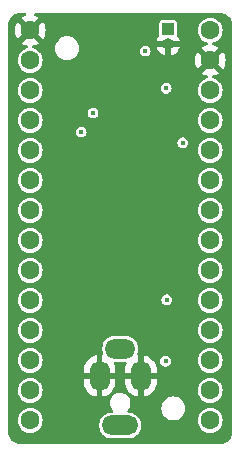
<source format=gbr>
%TF.GenerationSoftware,KiCad,Pcbnew,8.0.4-unknown-202407232306~396e531e7c~ubuntu22.04.1*%
%TF.CreationDate,2024-09-04T14:28:47+01:00*%
%TF.ProjectId,CONTROLLER_teensy4,434f4e54-524f-44c4-9c45-525f7465656e,rev?*%
%TF.SameCoordinates,Original*%
%TF.FileFunction,Copper,L2,Inr*%
%TF.FilePolarity,Positive*%
%FSLAX46Y46*%
G04 Gerber Fmt 4.6, Leading zero omitted, Abs format (unit mm)*
G04 Created by KiCad (PCBNEW 8.0.4-unknown-202407232306~396e531e7c~ubuntu22.04.1) date 2024-09-04 14:28:47*
%MOMM*%
%LPD*%
G01*
G04 APERTURE LIST*
G04 Aperture macros list*
%AMRoundRect*
0 Rectangle with rounded corners*
0 $1 Rounding radius*
0 $2 $3 $4 $5 $6 $7 $8 $9 X,Y pos of 4 corners*
0 Add a 4 corners polygon primitive as box body*
4,1,4,$2,$3,$4,$5,$6,$7,$8,$9,$2,$3,0*
0 Add four circle primitives for the rounded corners*
1,1,$1+$1,$2,$3*
1,1,$1+$1,$4,$5*
1,1,$1+$1,$6,$7*
1,1,$1+$1,$8,$9*
0 Add four rect primitives between the rounded corners*
20,1,$1+$1,$2,$3,$4,$5,0*
20,1,$1+$1,$4,$5,$6,$7,0*
20,1,$1+$1,$6,$7,$8,$9,0*
20,1,$1+$1,$8,$9,$2,$3,0*%
G04 Aperture macros list end*
%TA.AperFunction,ComponentPad*%
%ADD10C,1.600000*%
%TD*%
%TA.AperFunction,ComponentPad*%
%ADD11R,1.000000X1.000000*%
%TD*%
%TA.AperFunction,ComponentPad*%
%ADD12O,1.000000X1.000000*%
%TD*%
%TA.AperFunction,ComponentPad*%
%ADD13RoundRect,0.800000X-0.050000X-0.450000X0.050000X-0.450000X0.050000X0.450000X-0.050000X0.450000X0*%
%TD*%
%TA.AperFunction,ComponentPad*%
%ADD14RoundRect,0.800000X-0.450000X0.050000X-0.450000X-0.050000X0.450000X-0.050000X0.450000X0.050000X0*%
%TD*%
%TA.AperFunction,ComponentPad*%
%ADD15RoundRect,0.800000X-0.700000X0.050000X-0.700000X-0.050000X0.700000X-0.050000X0.700000X0.050000X0*%
%TD*%
%TA.AperFunction,ViaPad*%
%ADD16C,0.400000*%
%TD*%
G04 APERTURE END LIST*
D10*
%TO.N,GND*%
%TO.C,U1*%
X92380000Y-67490000D03*
%TO.N,unconnected-(U1-0_RX1_CRX2_CS1-Pad2)*%
X92380000Y-70030000D03*
%TO.N,unconnected-(U1-1_TX1_CTX2_MISO1-Pad3)*%
X92380000Y-72570000D03*
%TO.N,/addr_bus_0*%
X92380000Y-75110000D03*
%TO.N,/addr_bus_1*%
X92380000Y-77650000D03*
%TO.N,/addr_bus_2*%
X92380000Y-80190000D03*
%TO.N,/addr_bus_3*%
X92380000Y-82730000D03*
%TO.N,/addr_bus_4*%
X92380000Y-85270000D03*
%TO.N,/IO2*%
X92380000Y-87810000D03*
%TO.N,/IO1_out*%
X92380000Y-90350000D03*
%TO.N,unconnected-(U1-9_OUT1C-Pad11)*%
X92380000Y-92890000D03*
%TO.N,unconnected-(U1-10_CS_MQSR-Pad12)*%
X92380000Y-95430000D03*
%TO.N,/PICO*%
X92380000Y-97970000D03*
%TO.N,/POCI*%
X92380000Y-100510000D03*
%TO.N,/SCLK*%
X107620000Y-100510000D03*
%TO.N,unconnected-(U1-14_A0_TX3_SPDIF_OUT-Pad21)*%
X107620000Y-97970000D03*
%TO.N,Net-(JP1-B)*%
X107620000Y-95430000D03*
%TO.N,Net-(JP2-B)*%
X107620000Y-92890000D03*
%TO.N,Net-(JP3-B)*%
X107620000Y-90350000D03*
%TO.N,/I2C_SDA*%
X107620000Y-87810000D03*
%TO.N,/i2C_SCL*%
X107620000Y-85270000D03*
%TO.N,unconnected-(U1-20_A6_TX5_LRCLK1-Pad27)*%
X107620000Y-82730000D03*
%TO.N,unconnected-(U1-21_A7_RX5_BCLK1-Pad28)*%
X107620000Y-80190000D03*
%TO.N,unconnected-(U1-22_A8_CTX1-Pad29)*%
X107620000Y-77650000D03*
%TO.N,unconnected-(U1-23_A9_CRX1_MCLK1-Pad30)*%
X107620000Y-75110000D03*
%TO.N,+3.3V*%
X107620000Y-72570000D03*
%TO.N,GND*%
X107620000Y-70030000D03*
%TO.N,VSYS*%
X107620000Y-67490000D03*
%TD*%
D11*
%TO.N,VSYS*%
%TO.C,J2*%
X104070000Y-67370000D03*
D12*
%TO.N,GND*%
X104070000Y-68640000D03*
%TD*%
D13*
%TO.N,GND*%
%TO.C,J5*%
X101750000Y-96745000D03*
D14*
%TO.N,/extRef*%
X100000000Y-94445000D03*
D13*
%TO.N,GND*%
X98250000Y-96745000D03*
D15*
%TO.N,/extRef*%
X100000000Y-100945000D03*
%TD*%
D16*
%TO.N,GND*%
X100000000Y-80300000D03*
X100000000Y-68220000D03*
%TO.N,/AUX3*%
X103950001Y-90300000D03*
X103900000Y-72400000D03*
%TO.N,/SCLK*%
X105300000Y-77000000D03*
%TO.N,/AUX1*%
X102125000Y-69250000D03*
X103850001Y-95500000D03*
%TO.N,/PICO*%
X96700000Y-76100000D03*
%TO.N,/POCI*%
X97700000Y-74500000D03*
%TD*%
%TA.AperFunction,Conductor*%
%TO.N,GND*%
G36*
X92003918Y-66030185D02*
G01*
X92049673Y-66082989D01*
X92059617Y-66152147D01*
X92030592Y-66215703D01*
X91971814Y-66253477D01*
X91968972Y-66254275D01*
X91933682Y-66263730D01*
X91933673Y-66263734D01*
X91727516Y-66359866D01*
X91727512Y-66359868D01*
X91654526Y-66410973D01*
X91654526Y-66410974D01*
X92209765Y-66966212D01*
X92167708Y-66977482D01*
X92042292Y-67049890D01*
X91939890Y-67152292D01*
X91867482Y-67277708D01*
X91856212Y-67319764D01*
X91300974Y-66764526D01*
X91300973Y-66764526D01*
X91249868Y-66837512D01*
X91249866Y-66837516D01*
X91153734Y-67043673D01*
X91153730Y-67043682D01*
X91094860Y-67263389D01*
X91094858Y-67263400D01*
X91075034Y-67489997D01*
X91075034Y-67490002D01*
X91094858Y-67716599D01*
X91094860Y-67716610D01*
X91153730Y-67936317D01*
X91153735Y-67936331D01*
X91249863Y-68142478D01*
X91300974Y-68215472D01*
X91856212Y-67660234D01*
X91867482Y-67702292D01*
X91939890Y-67827708D01*
X92042292Y-67930110D01*
X92167708Y-68002518D01*
X92209765Y-68013787D01*
X91654526Y-68569025D01*
X91727513Y-68620132D01*
X91727521Y-68620136D01*
X91933668Y-68716264D01*
X91933682Y-68716269D01*
X92129256Y-68768673D01*
X92188917Y-68805038D01*
X92219446Y-68867885D01*
X92211151Y-68937261D01*
X92166666Y-68991138D01*
X92133158Y-69007109D01*
X91976043Y-69054769D01*
X91865898Y-69113643D01*
X91793550Y-69152315D01*
X91793548Y-69152316D01*
X91793547Y-69152317D01*
X91633589Y-69283589D01*
X91502317Y-69443547D01*
X91404769Y-69626043D01*
X91344699Y-69824067D01*
X91324417Y-70030000D01*
X91344699Y-70235932D01*
X91350972Y-70256610D01*
X91404768Y-70433954D01*
X91502315Y-70616450D01*
X91502317Y-70616452D01*
X91633589Y-70776410D01*
X91730209Y-70855702D01*
X91793550Y-70907685D01*
X91976046Y-71005232D01*
X92174066Y-71065300D01*
X92174065Y-71065300D01*
X92192529Y-71067118D01*
X92380000Y-71085583D01*
X92585934Y-71065300D01*
X92783954Y-71005232D01*
X92966450Y-70907685D01*
X93126410Y-70776410D01*
X93257685Y-70616450D01*
X93355232Y-70433954D01*
X93415300Y-70235934D01*
X93435583Y-70030000D01*
X93435583Y-70029997D01*
X106315034Y-70029997D01*
X106315034Y-70030002D01*
X106334858Y-70256599D01*
X106334860Y-70256610D01*
X106393730Y-70476317D01*
X106393735Y-70476331D01*
X106489863Y-70682478D01*
X106540974Y-70755472D01*
X107096212Y-70200234D01*
X107107482Y-70242292D01*
X107179890Y-70367708D01*
X107282292Y-70470110D01*
X107407708Y-70542518D01*
X107449765Y-70553787D01*
X106894526Y-71109025D01*
X106967513Y-71160132D01*
X106967521Y-71160136D01*
X107173668Y-71256264D01*
X107173682Y-71256269D01*
X107369256Y-71308673D01*
X107428917Y-71345038D01*
X107459446Y-71407885D01*
X107451151Y-71477261D01*
X107406666Y-71531138D01*
X107373158Y-71547109D01*
X107216043Y-71594769D01*
X107105898Y-71653643D01*
X107033550Y-71692315D01*
X107033548Y-71692316D01*
X107033547Y-71692317D01*
X106873589Y-71823589D01*
X106742317Y-71983547D01*
X106644769Y-72166043D01*
X106584699Y-72364067D01*
X106564417Y-72570000D01*
X106584699Y-72775932D01*
X106607319Y-72850499D01*
X106644768Y-72973954D01*
X106742315Y-73156450D01*
X106742317Y-73156452D01*
X106873589Y-73316410D01*
X106970209Y-73395702D01*
X107033550Y-73447685D01*
X107216046Y-73545232D01*
X107414066Y-73605300D01*
X107414065Y-73605300D01*
X107432529Y-73607118D01*
X107620000Y-73625583D01*
X107825934Y-73605300D01*
X108023954Y-73545232D01*
X108206450Y-73447685D01*
X108366410Y-73316410D01*
X108497685Y-73156450D01*
X108595232Y-72973954D01*
X108655300Y-72775934D01*
X108675583Y-72570000D01*
X108655300Y-72364066D01*
X108595232Y-72166046D01*
X108497685Y-71983550D01*
X108445702Y-71920209D01*
X108366410Y-71823589D01*
X108206452Y-71692317D01*
X108206453Y-71692317D01*
X108206450Y-71692315D01*
X108023954Y-71594768D01*
X107866840Y-71547108D01*
X107808402Y-71508811D01*
X107779946Y-71444999D01*
X107790506Y-71375932D01*
X107836730Y-71323538D01*
X107870743Y-71308673D01*
X108066317Y-71256269D01*
X108066331Y-71256264D01*
X108272478Y-71160136D01*
X108345471Y-71109024D01*
X107790234Y-70553787D01*
X107832292Y-70542518D01*
X107957708Y-70470110D01*
X108060110Y-70367708D01*
X108132518Y-70242292D01*
X108143787Y-70200234D01*
X108699024Y-70755471D01*
X108750136Y-70682478D01*
X108846264Y-70476331D01*
X108846269Y-70476317D01*
X108905139Y-70256610D01*
X108905141Y-70256599D01*
X108924966Y-70030002D01*
X108924966Y-70029997D01*
X108905141Y-69803400D01*
X108905139Y-69803389D01*
X108846269Y-69583682D01*
X108846264Y-69583668D01*
X108750136Y-69377521D01*
X108750132Y-69377513D01*
X108699025Y-69304526D01*
X108143787Y-69859764D01*
X108132518Y-69817708D01*
X108060110Y-69692292D01*
X107957708Y-69589890D01*
X107832292Y-69517482D01*
X107790234Y-69506212D01*
X108345472Y-68950974D01*
X108272478Y-68899863D01*
X108066331Y-68803735D01*
X108066319Y-68803731D01*
X107870742Y-68751326D01*
X107811082Y-68714961D01*
X107780553Y-68652114D01*
X107788848Y-68582738D01*
X107833333Y-68528860D01*
X107866837Y-68512892D01*
X108023954Y-68465232D01*
X108206450Y-68367685D01*
X108366410Y-68236410D01*
X108497685Y-68076450D01*
X108595232Y-67893954D01*
X108655300Y-67695934D01*
X108675583Y-67490000D01*
X108655300Y-67284066D01*
X108595232Y-67086046D01*
X108497685Y-66903550D01*
X108427227Y-66817696D01*
X108366410Y-66743589D01*
X108232915Y-66634034D01*
X108206450Y-66612315D01*
X108023954Y-66514768D01*
X107825934Y-66454700D01*
X107825932Y-66454699D01*
X107825934Y-66454699D01*
X107620000Y-66434417D01*
X107414067Y-66454699D01*
X107216043Y-66514769D01*
X107110259Y-66571313D01*
X107033550Y-66612315D01*
X107033548Y-66612316D01*
X107033547Y-66612317D01*
X106873589Y-66743589D01*
X106742317Y-66903547D01*
X106644769Y-67086043D01*
X106584699Y-67284067D01*
X106564417Y-67490000D01*
X106584699Y-67695932D01*
X106590972Y-67716610D01*
X106644768Y-67893954D01*
X106742315Y-68076450D01*
X106750006Y-68085821D01*
X106873589Y-68236410D01*
X106969353Y-68315000D01*
X107033550Y-68367685D01*
X107216046Y-68465232D01*
X107373160Y-68512891D01*
X107431597Y-68551187D01*
X107460053Y-68614999D01*
X107449493Y-68684067D01*
X107403269Y-68736460D01*
X107369257Y-68751326D01*
X107173680Y-68803731D01*
X107173673Y-68803734D01*
X106967516Y-68899866D01*
X106967512Y-68899868D01*
X106894526Y-68950973D01*
X106894526Y-68950974D01*
X107449765Y-69506212D01*
X107407708Y-69517482D01*
X107282292Y-69589890D01*
X107179890Y-69692292D01*
X107107482Y-69817708D01*
X107096212Y-69859764D01*
X106540974Y-69304526D01*
X106540973Y-69304526D01*
X106489868Y-69377512D01*
X106489866Y-69377516D01*
X106393734Y-69583673D01*
X106393730Y-69583682D01*
X106334860Y-69803389D01*
X106334858Y-69803400D01*
X106315034Y-70029997D01*
X93435583Y-70029997D01*
X93415300Y-69824066D01*
X93355232Y-69626046D01*
X93257685Y-69443550D01*
X93203489Y-69377512D01*
X93126410Y-69283589D01*
X92966452Y-69152317D01*
X92966453Y-69152317D01*
X92966450Y-69152315D01*
X92783954Y-69054768D01*
X92626840Y-69007108D01*
X92615994Y-69000000D01*
X94484611Y-69000000D01*
X94504121Y-69198095D01*
X94561903Y-69388574D01*
X94655731Y-69564114D01*
X94655735Y-69564121D01*
X94782011Y-69717988D01*
X94935878Y-69844264D01*
X94935885Y-69844268D01*
X95111425Y-69938096D01*
X95111427Y-69938097D01*
X95301907Y-69995879D01*
X95500000Y-70015389D01*
X95698093Y-69995879D01*
X95888573Y-69938097D01*
X96064120Y-69844265D01*
X96217988Y-69717988D01*
X96344265Y-69564120D01*
X96438097Y-69388573D01*
X96480133Y-69250000D01*
X101669867Y-69250000D01*
X101688302Y-69378225D01*
X101718134Y-69443547D01*
X101742118Y-69496063D01*
X101826951Y-69593967D01*
X101935931Y-69664004D01*
X102057442Y-69699682D01*
X102060225Y-69700499D01*
X102060227Y-69700500D01*
X102060228Y-69700500D01*
X102189773Y-69700500D01*
X102189773Y-69700499D01*
X102314069Y-69664004D01*
X102423049Y-69593967D01*
X102507882Y-69496063D01*
X102561697Y-69378226D01*
X102580133Y-69250000D01*
X102561697Y-69121774D01*
X102507882Y-69003937D01*
X102423049Y-68906033D01*
X102398101Y-68890000D01*
X103100840Y-68890000D01*
X103141652Y-69024541D01*
X103234503Y-69198253D01*
X103234507Y-69198260D01*
X103359471Y-69350528D01*
X103511739Y-69475491D01*
X103685465Y-69568349D01*
X103820000Y-69609159D01*
X104320000Y-69609159D01*
X104454534Y-69568349D01*
X104628260Y-69475491D01*
X104780528Y-69350528D01*
X104905492Y-69198260D01*
X104905496Y-69198253D01*
X104998347Y-69024541D01*
X105039160Y-68890000D01*
X104320000Y-68890000D01*
X104320000Y-69609159D01*
X103820000Y-69609159D01*
X103820000Y-68890000D01*
X103100840Y-68890000D01*
X102398101Y-68890000D01*
X102314069Y-68835996D01*
X102314065Y-68835994D01*
X102314064Y-68835994D01*
X102189774Y-68799500D01*
X102189772Y-68799500D01*
X102060228Y-68799500D01*
X102060226Y-68799500D01*
X101935935Y-68835994D01*
X101935932Y-68835995D01*
X101935931Y-68835996D01*
X101930395Y-68839554D01*
X101826950Y-68906033D01*
X101742118Y-69003937D01*
X101742117Y-69003938D01*
X101688302Y-69121774D01*
X101669867Y-69250000D01*
X96480133Y-69250000D01*
X96495879Y-69198093D01*
X96515389Y-69000000D01*
X96495879Y-68801907D01*
X96438097Y-68611427D01*
X96438096Y-68611425D01*
X96344268Y-68435885D01*
X96344264Y-68435878D01*
X96306612Y-68389999D01*
X103100839Y-68389999D01*
X103100840Y-68390000D01*
X103860382Y-68390000D01*
X103809936Y-68440446D01*
X103767149Y-68514555D01*
X103745000Y-68597213D01*
X103745000Y-68682787D01*
X103767149Y-68765445D01*
X103809936Y-68839554D01*
X103870446Y-68900064D01*
X103944555Y-68942851D01*
X104027213Y-68965000D01*
X104112787Y-68965000D01*
X104195445Y-68942851D01*
X104269554Y-68900064D01*
X104330064Y-68839554D01*
X104372851Y-68765445D01*
X104395000Y-68682787D01*
X104395000Y-68597213D01*
X104372851Y-68514555D01*
X104330064Y-68440446D01*
X104279618Y-68390000D01*
X105039160Y-68390000D01*
X105039160Y-68389999D01*
X104998347Y-68255458D01*
X104905496Y-68081746D01*
X104905492Y-68081739D01*
X104844336Y-68007221D01*
X104817023Y-67942911D01*
X104818572Y-67904362D01*
X104820500Y-67894674D01*
X104820500Y-66845326D01*
X104820500Y-66845323D01*
X104820499Y-66845321D01*
X104805967Y-66772264D01*
X104805966Y-66772260D01*
X104800798Y-66764526D01*
X104750601Y-66689399D01*
X104667740Y-66634034D01*
X104667739Y-66634033D01*
X104667735Y-66634032D01*
X104594677Y-66619500D01*
X104594674Y-66619500D01*
X103545326Y-66619500D01*
X103545323Y-66619500D01*
X103472264Y-66634032D01*
X103472260Y-66634033D01*
X103389399Y-66689399D01*
X103334033Y-66772260D01*
X103334032Y-66772264D01*
X103319500Y-66845321D01*
X103319500Y-67894672D01*
X103321428Y-67904366D01*
X103315199Y-67973958D01*
X103295664Y-68007220D01*
X103234507Y-68081740D01*
X103234505Y-68081742D01*
X103141652Y-68255458D01*
X103100839Y-68389999D01*
X96306612Y-68389999D01*
X96217988Y-68282011D01*
X96064121Y-68155735D01*
X96064114Y-68155731D01*
X95888574Y-68061903D01*
X95698095Y-68004121D01*
X95500000Y-67984611D01*
X95301904Y-68004121D01*
X95111425Y-68061903D01*
X94935885Y-68155731D01*
X94935878Y-68155735D01*
X94782011Y-68282011D01*
X94655735Y-68435878D01*
X94655731Y-68435885D01*
X94561903Y-68611425D01*
X94504121Y-68801904D01*
X94484611Y-69000000D01*
X92615994Y-69000000D01*
X92568402Y-68968811D01*
X92539946Y-68904999D01*
X92550506Y-68835932D01*
X92596730Y-68783538D01*
X92630743Y-68768673D01*
X92826317Y-68716269D01*
X92826331Y-68716264D01*
X93032478Y-68620136D01*
X93105471Y-68569024D01*
X92550234Y-68013787D01*
X92592292Y-68002518D01*
X92717708Y-67930110D01*
X92820110Y-67827708D01*
X92892518Y-67702292D01*
X92903787Y-67660234D01*
X93459024Y-68215471D01*
X93510136Y-68142478D01*
X93606264Y-67936331D01*
X93606269Y-67936317D01*
X93665139Y-67716610D01*
X93665141Y-67716599D01*
X93684966Y-67490002D01*
X93684966Y-67489997D01*
X93665141Y-67263400D01*
X93665139Y-67263389D01*
X93606269Y-67043682D01*
X93606264Y-67043668D01*
X93510136Y-66837521D01*
X93510132Y-66837513D01*
X93459025Y-66764526D01*
X92903787Y-67319764D01*
X92892518Y-67277708D01*
X92820110Y-67152292D01*
X92717708Y-67049890D01*
X92592292Y-66977482D01*
X92550234Y-66966212D01*
X93105472Y-66410974D01*
X93032478Y-66359863D01*
X92826331Y-66263735D01*
X92826317Y-66263730D01*
X92791028Y-66254275D01*
X92731367Y-66217910D01*
X92700838Y-66155063D01*
X92709133Y-66085688D01*
X92753618Y-66031810D01*
X92820170Y-66010535D01*
X92823121Y-66010500D01*
X108494588Y-66010500D01*
X108505394Y-66010971D01*
X108661019Y-66024587D01*
X108682297Y-66028338D01*
X108827951Y-66067366D01*
X108848261Y-66074759D01*
X108984915Y-66138482D01*
X109003633Y-66149289D01*
X109127154Y-66235779D01*
X109143712Y-66249673D01*
X109250326Y-66356287D01*
X109264220Y-66372845D01*
X109350710Y-66496366D01*
X109361517Y-66515084D01*
X109425240Y-66651738D01*
X109432633Y-66672049D01*
X109471659Y-66817696D01*
X109475412Y-66838982D01*
X109489028Y-66994604D01*
X109489500Y-67005412D01*
X109489500Y-101494587D01*
X109489028Y-101505395D01*
X109475412Y-101661017D01*
X109471659Y-101682303D01*
X109432633Y-101827950D01*
X109425240Y-101848261D01*
X109361517Y-101984915D01*
X109350710Y-102003633D01*
X109264220Y-102127154D01*
X109250326Y-102143712D01*
X109143712Y-102250326D01*
X109127154Y-102264220D01*
X109003633Y-102350710D01*
X108984915Y-102361517D01*
X108848261Y-102425240D01*
X108827950Y-102432633D01*
X108682303Y-102471659D01*
X108661017Y-102475412D01*
X108527247Y-102487116D01*
X108505393Y-102489028D01*
X108494588Y-102489500D01*
X91505412Y-102489500D01*
X91494606Y-102489028D01*
X91469584Y-102486838D01*
X91338982Y-102475412D01*
X91317696Y-102471659D01*
X91172049Y-102432633D01*
X91151738Y-102425240D01*
X91015084Y-102361517D01*
X90996366Y-102350710D01*
X90872845Y-102264220D01*
X90856287Y-102250326D01*
X90749673Y-102143712D01*
X90735779Y-102127154D01*
X90649289Y-102003633D01*
X90638482Y-101984915D01*
X90574759Y-101848261D01*
X90567366Y-101827950D01*
X90528338Y-101682297D01*
X90524587Y-101661016D01*
X90510972Y-101505394D01*
X90510500Y-101494587D01*
X90510500Y-100510000D01*
X91324417Y-100510000D01*
X91344699Y-100715932D01*
X91344700Y-100715934D01*
X91404768Y-100913954D01*
X91502315Y-101096450D01*
X91502317Y-101096452D01*
X91633589Y-101256410D01*
X91730209Y-101335702D01*
X91793550Y-101387685D01*
X91976046Y-101485232D01*
X92174066Y-101545300D01*
X92174065Y-101545300D01*
X92192529Y-101547118D01*
X92380000Y-101565583D01*
X92585934Y-101545300D01*
X92783954Y-101485232D01*
X92966450Y-101387685D01*
X93126410Y-101256410D01*
X93257685Y-101096450D01*
X93355232Y-100913954D01*
X93376636Y-100843395D01*
X98249500Y-100843395D01*
X98249500Y-101046604D01*
X98264699Y-101200932D01*
X98264700Y-101200934D01*
X98324768Y-101398954D01*
X98422315Y-101581450D01*
X98456969Y-101623677D01*
X98553589Y-101741410D01*
X98579332Y-101762536D01*
X98713550Y-101872685D01*
X98896046Y-101970232D01*
X99094066Y-102030300D01*
X99094065Y-102030300D01*
X99132647Y-102034100D01*
X99248392Y-102045500D01*
X99248395Y-102045500D01*
X100751605Y-102045500D01*
X100751608Y-102045500D01*
X100905934Y-102030300D01*
X101103954Y-101970232D01*
X101286450Y-101872685D01*
X101446410Y-101741410D01*
X101577685Y-101581450D01*
X101675232Y-101398954D01*
X101735300Y-101200934D01*
X101750500Y-101046608D01*
X101750500Y-100843392D01*
X101735300Y-100689066D01*
X101675232Y-100491046D01*
X101577685Y-100308550D01*
X101488340Y-100199682D01*
X101446410Y-100148589D01*
X101286452Y-100017317D01*
X101286453Y-100017317D01*
X101286450Y-100017315D01*
X101103954Y-99919768D01*
X100905934Y-99859700D01*
X100905932Y-99859699D01*
X100905934Y-99859699D01*
X100786805Y-99847966D01*
X100751608Y-99844500D01*
X100751605Y-99844500D01*
X100716553Y-99844500D01*
X100649514Y-99824815D01*
X100603759Y-99772011D01*
X100593815Y-99702853D01*
X100622840Y-99639297D01*
X100624403Y-99637528D01*
X100699990Y-99553580D01*
X100699995Y-99553573D01*
X100708729Y-99538446D01*
X100730926Y-99500000D01*
X103484611Y-99500000D01*
X103504121Y-99698095D01*
X103561903Y-99888574D01*
X103655731Y-100064114D01*
X103655735Y-100064121D01*
X103782011Y-100217988D01*
X103935878Y-100344264D01*
X103935885Y-100344268D01*
X104111425Y-100438096D01*
X104111427Y-100438097D01*
X104301907Y-100495879D01*
X104500000Y-100515389D01*
X104554717Y-100510000D01*
X106564417Y-100510000D01*
X106584699Y-100715932D01*
X106584700Y-100715934D01*
X106644768Y-100913954D01*
X106742315Y-101096450D01*
X106742317Y-101096452D01*
X106873589Y-101256410D01*
X106970209Y-101335702D01*
X107033550Y-101387685D01*
X107216046Y-101485232D01*
X107414066Y-101545300D01*
X107414065Y-101545300D01*
X107432529Y-101547118D01*
X107620000Y-101565583D01*
X107825934Y-101545300D01*
X108023954Y-101485232D01*
X108206450Y-101387685D01*
X108366410Y-101256410D01*
X108497685Y-101096450D01*
X108595232Y-100913954D01*
X108655300Y-100715934D01*
X108675583Y-100510000D01*
X108655300Y-100304066D01*
X108595232Y-100106046D01*
X108497685Y-99923550D01*
X108415593Y-99823520D01*
X108366410Y-99763589D01*
X108248677Y-99666969D01*
X108206450Y-99632315D01*
X108023954Y-99534768D01*
X107825934Y-99474700D01*
X107825932Y-99474699D01*
X107825934Y-99474699D01*
X107620000Y-99454417D01*
X107414067Y-99474699D01*
X107216043Y-99534769D01*
X107105898Y-99593643D01*
X107033550Y-99632315D01*
X107033548Y-99632316D01*
X107033547Y-99632317D01*
X106873589Y-99763589D01*
X106742317Y-99923547D01*
X106644769Y-100106043D01*
X106584699Y-100304067D01*
X106564417Y-100510000D01*
X104554717Y-100510000D01*
X104698093Y-100495879D01*
X104888573Y-100438097D01*
X105064120Y-100344265D01*
X105217988Y-100217988D01*
X105344265Y-100064120D01*
X105438097Y-99888573D01*
X105495879Y-99698093D01*
X105515389Y-99500000D01*
X105495879Y-99301907D01*
X105438097Y-99111427D01*
X105402591Y-99045000D01*
X105344268Y-98935885D01*
X105344264Y-98935878D01*
X105217988Y-98782011D01*
X105064121Y-98655735D01*
X105064114Y-98655731D01*
X104888574Y-98561903D01*
X104698095Y-98504121D01*
X104500000Y-98484611D01*
X104301904Y-98504121D01*
X104111425Y-98561903D01*
X103935885Y-98655731D01*
X103935878Y-98655735D01*
X103782011Y-98782011D01*
X103655735Y-98935878D01*
X103655731Y-98935885D01*
X103561903Y-99111425D01*
X103504121Y-99301904D01*
X103484611Y-99500000D01*
X100730926Y-99500000D01*
X100790436Y-99396925D01*
X100846332Y-99224894D01*
X100865240Y-99045000D01*
X100846332Y-98865106D01*
X100790436Y-98693075D01*
X100711557Y-98556452D01*
X100699995Y-98536426D01*
X100699990Y-98536419D01*
X100578959Y-98402001D01*
X100578957Y-98401999D01*
X100432621Y-98295680D01*
X100432620Y-98295679D01*
X100308901Y-98240597D01*
X100267374Y-98222108D01*
X100267372Y-98222107D01*
X100138200Y-98194651D01*
X100090442Y-98184500D01*
X99909558Y-98184500D01*
X99861799Y-98194651D01*
X99732628Y-98222107D01*
X99567379Y-98295679D01*
X99567378Y-98295680D01*
X99421042Y-98401999D01*
X99421040Y-98402001D01*
X99300009Y-98536419D01*
X99300004Y-98536426D01*
X99209564Y-98693074D01*
X99209561Y-98693080D01*
X99153669Y-98865101D01*
X99153668Y-98865103D01*
X99134760Y-99045000D01*
X99153668Y-99224896D01*
X99153669Y-99224898D01*
X99209561Y-99396919D01*
X99209564Y-99396925D01*
X99300004Y-99553573D01*
X99300009Y-99553580D01*
X99375597Y-99637528D01*
X99405827Y-99700519D01*
X99397202Y-99769854D01*
X99352461Y-99823520D01*
X99285808Y-99844478D01*
X99283447Y-99844500D01*
X99248392Y-99844500D01*
X99210298Y-99848251D01*
X99094067Y-99859699D01*
X98896043Y-99919769D01*
X98785898Y-99978643D01*
X98713550Y-100017315D01*
X98713548Y-100017316D01*
X98713547Y-100017317D01*
X98553589Y-100148589D01*
X98425994Y-100304067D01*
X98422315Y-100308550D01*
X98403225Y-100344265D01*
X98324769Y-100491043D01*
X98264699Y-100689067D01*
X98249500Y-100843395D01*
X93376636Y-100843395D01*
X93415300Y-100715934D01*
X93435583Y-100510000D01*
X93415300Y-100304066D01*
X93355232Y-100106046D01*
X93257685Y-99923550D01*
X93175593Y-99823520D01*
X93126410Y-99763589D01*
X93008677Y-99666969D01*
X92966450Y-99632315D01*
X92783954Y-99534768D01*
X92585934Y-99474700D01*
X92585932Y-99474699D01*
X92585934Y-99474699D01*
X92380000Y-99454417D01*
X92174067Y-99474699D01*
X91976043Y-99534769D01*
X91865898Y-99593643D01*
X91793550Y-99632315D01*
X91793548Y-99632316D01*
X91793547Y-99632317D01*
X91633589Y-99763589D01*
X91502317Y-99923547D01*
X91404769Y-100106043D01*
X91344699Y-100304067D01*
X91324417Y-100510000D01*
X90510500Y-100510000D01*
X90510500Y-97970000D01*
X91324417Y-97970000D01*
X91344699Y-98175932D01*
X91366132Y-98246588D01*
X91404768Y-98373954D01*
X91502315Y-98556450D01*
X91502317Y-98556452D01*
X91633589Y-98716410D01*
X91713527Y-98782012D01*
X91793550Y-98847685D01*
X91976046Y-98945232D01*
X92174066Y-99005300D01*
X92174065Y-99005300D01*
X92192529Y-99007118D01*
X92380000Y-99025583D01*
X92585934Y-99005300D01*
X92783954Y-98945232D01*
X92966450Y-98847685D01*
X93126410Y-98716410D01*
X93257685Y-98556450D01*
X93355232Y-98373954D01*
X93415300Y-98175934D01*
X93435583Y-97970000D01*
X93415300Y-97764066D01*
X93355232Y-97566046D01*
X93257685Y-97383550D01*
X93205702Y-97320209D01*
X93126410Y-97223589D01*
X92966452Y-97092317D01*
X92966453Y-97092317D01*
X92966450Y-97092315D01*
X92783954Y-96994768D01*
X92585934Y-96934700D01*
X92585932Y-96934699D01*
X92585934Y-96934699D01*
X92380000Y-96914417D01*
X92174067Y-96934699D01*
X91976043Y-96994769D01*
X91865898Y-97053643D01*
X91793550Y-97092315D01*
X91793548Y-97092316D01*
X91793547Y-97092317D01*
X91633589Y-97223589D01*
X91502317Y-97383547D01*
X91502315Y-97383550D01*
X91471818Y-97440606D01*
X91404769Y-97566043D01*
X91344699Y-97764067D01*
X91324417Y-97970000D01*
X90510500Y-97970000D01*
X90510500Y-95430000D01*
X91324417Y-95430000D01*
X91344699Y-95635932D01*
X91344700Y-95635934D01*
X91404768Y-95833954D01*
X91502315Y-96016450D01*
X91502317Y-96016452D01*
X91633589Y-96176410D01*
X91708922Y-96238233D01*
X91793550Y-96307685D01*
X91976046Y-96405232D01*
X92174066Y-96465300D01*
X92174065Y-96465300D01*
X92192529Y-96467118D01*
X92380000Y-96485583D01*
X92585934Y-96465300D01*
X92783954Y-96405232D01*
X92966450Y-96307685D01*
X93051078Y-96238233D01*
X96900000Y-96238233D01*
X96900000Y-96495000D01*
X97850000Y-96495000D01*
X97850000Y-96995000D01*
X96900001Y-96995000D01*
X96900001Y-97251765D01*
X96914859Y-97421603D01*
X96914859Y-97421607D01*
X96973730Y-97641317D01*
X96973734Y-97641326D01*
X97069865Y-97847482D01*
X97200342Y-98033820D01*
X97361179Y-98194657D01*
X97547517Y-98325134D01*
X97753673Y-98421265D01*
X97753682Y-98421269D01*
X97973396Y-98480141D01*
X97999999Y-98482467D01*
X98000000Y-98482467D01*
X98000000Y-97510686D01*
X98004394Y-97515080D01*
X98095606Y-97567741D01*
X98197339Y-97595000D01*
X98302661Y-97595000D01*
X98404394Y-97567741D01*
X98495606Y-97515080D01*
X98500000Y-97510686D01*
X98500000Y-98482467D01*
X98526603Y-98480141D01*
X98746317Y-98421269D01*
X98746326Y-98421265D01*
X98952482Y-98325134D01*
X99138820Y-98194657D01*
X99299657Y-98033820D01*
X99430134Y-97847482D01*
X99526265Y-97641326D01*
X99526269Y-97641317D01*
X99585139Y-97421610D01*
X99585141Y-97421599D01*
X99599999Y-97251766D01*
X99600000Y-97251764D01*
X99600000Y-96995000D01*
X98650000Y-96995000D01*
X98650000Y-96495000D01*
X99599999Y-96495000D01*
X99599999Y-96238238D01*
X99599998Y-96238234D01*
X99585140Y-96068396D01*
X99585140Y-96068392D01*
X99526269Y-95848682D01*
X99526265Y-95848673D01*
X99467153Y-95721905D01*
X99456661Y-95652827D01*
X99485181Y-95589043D01*
X99543657Y-95550804D01*
X99579535Y-95545500D01*
X100420465Y-95545500D01*
X100487504Y-95565185D01*
X100533259Y-95617989D01*
X100543203Y-95687147D01*
X100532847Y-95721905D01*
X100473734Y-95848673D01*
X100473730Y-95848682D01*
X100414860Y-96068389D01*
X100414858Y-96068400D01*
X100400000Y-96238233D01*
X100400000Y-96495000D01*
X101350000Y-96495000D01*
X101350000Y-96995000D01*
X100400001Y-96995000D01*
X100400001Y-97251765D01*
X100414859Y-97421603D01*
X100414859Y-97421607D01*
X100473730Y-97641317D01*
X100473734Y-97641326D01*
X100569865Y-97847482D01*
X100700342Y-98033820D01*
X100861179Y-98194657D01*
X101047517Y-98325134D01*
X101253673Y-98421265D01*
X101253682Y-98421269D01*
X101473396Y-98480141D01*
X101499999Y-98482467D01*
X101500000Y-98482467D01*
X101500000Y-97510686D01*
X101504394Y-97515080D01*
X101595606Y-97567741D01*
X101697339Y-97595000D01*
X101802661Y-97595000D01*
X101904394Y-97567741D01*
X101995606Y-97515080D01*
X102000000Y-97510686D01*
X102000000Y-98482467D01*
X102026603Y-98480141D01*
X102246317Y-98421269D01*
X102246326Y-98421265D01*
X102452482Y-98325134D01*
X102638820Y-98194657D01*
X102799657Y-98033820D01*
X102844345Y-97970000D01*
X106564417Y-97970000D01*
X106584699Y-98175932D01*
X106606132Y-98246588D01*
X106644768Y-98373954D01*
X106742315Y-98556450D01*
X106742317Y-98556452D01*
X106873589Y-98716410D01*
X106953527Y-98782012D01*
X107033550Y-98847685D01*
X107216046Y-98945232D01*
X107414066Y-99005300D01*
X107414065Y-99005300D01*
X107432529Y-99007118D01*
X107620000Y-99025583D01*
X107825934Y-99005300D01*
X108023954Y-98945232D01*
X108206450Y-98847685D01*
X108366410Y-98716410D01*
X108497685Y-98556450D01*
X108595232Y-98373954D01*
X108655300Y-98175934D01*
X108675583Y-97970000D01*
X108655300Y-97764066D01*
X108595232Y-97566046D01*
X108497685Y-97383550D01*
X108445702Y-97320209D01*
X108366410Y-97223589D01*
X108206452Y-97092317D01*
X108206453Y-97092317D01*
X108206450Y-97092315D01*
X108023954Y-96994768D01*
X107825934Y-96934700D01*
X107825932Y-96934699D01*
X107825934Y-96934699D01*
X107620000Y-96914417D01*
X107414067Y-96934699D01*
X107216043Y-96994769D01*
X107105898Y-97053643D01*
X107033550Y-97092315D01*
X107033548Y-97092316D01*
X107033547Y-97092317D01*
X106873589Y-97223589D01*
X106742317Y-97383547D01*
X106742315Y-97383550D01*
X106711818Y-97440606D01*
X106644769Y-97566043D01*
X106584699Y-97764067D01*
X106564417Y-97970000D01*
X102844345Y-97970000D01*
X102930134Y-97847482D01*
X103026265Y-97641326D01*
X103026269Y-97641317D01*
X103085139Y-97421610D01*
X103085141Y-97421599D01*
X103099999Y-97251766D01*
X103100000Y-97251764D01*
X103100000Y-96995000D01*
X102150000Y-96995000D01*
X102150000Y-96495000D01*
X103099999Y-96495000D01*
X103099999Y-96238238D01*
X103099998Y-96238234D01*
X103085140Y-96068396D01*
X103085140Y-96068392D01*
X103026269Y-95848682D01*
X103026265Y-95848673D01*
X102930134Y-95642517D01*
X102830341Y-95500000D01*
X103394868Y-95500000D01*
X103413303Y-95628225D01*
X103456086Y-95721905D01*
X103467119Y-95746063D01*
X103551952Y-95843967D01*
X103660932Y-95914004D01*
X103689047Y-95922259D01*
X103785226Y-95950499D01*
X103785228Y-95950500D01*
X103785229Y-95950500D01*
X103914774Y-95950500D01*
X103914774Y-95950499D01*
X104039070Y-95914004D01*
X104148050Y-95843967D01*
X104232883Y-95746063D01*
X104286698Y-95628226D01*
X104305134Y-95500000D01*
X104295070Y-95430000D01*
X106564417Y-95430000D01*
X106584699Y-95635932D01*
X106584700Y-95635934D01*
X106644768Y-95833954D01*
X106742315Y-96016450D01*
X106742317Y-96016452D01*
X106873589Y-96176410D01*
X106948922Y-96238233D01*
X107033550Y-96307685D01*
X107216046Y-96405232D01*
X107414066Y-96465300D01*
X107414065Y-96465300D01*
X107432529Y-96467118D01*
X107620000Y-96485583D01*
X107825934Y-96465300D01*
X108023954Y-96405232D01*
X108206450Y-96307685D01*
X108366410Y-96176410D01*
X108497685Y-96016450D01*
X108595232Y-95833954D01*
X108655300Y-95635934D01*
X108675583Y-95430000D01*
X108655300Y-95224066D01*
X108595232Y-95026046D01*
X108497685Y-94843550D01*
X108445702Y-94780209D01*
X108366410Y-94683589D01*
X108206452Y-94552317D01*
X108206453Y-94552317D01*
X108206450Y-94552315D01*
X108023954Y-94454768D01*
X107825934Y-94394700D01*
X107825932Y-94394699D01*
X107825934Y-94394699D01*
X107620000Y-94374417D01*
X107414067Y-94394699D01*
X107216043Y-94454769D01*
X107105898Y-94513643D01*
X107033550Y-94552315D01*
X107033548Y-94552316D01*
X107033547Y-94552317D01*
X106873589Y-94683589D01*
X106742317Y-94843547D01*
X106644769Y-95026043D01*
X106584699Y-95224067D01*
X106564417Y-95430000D01*
X104295070Y-95430000D01*
X104286698Y-95371774D01*
X104232883Y-95253937D01*
X104148050Y-95156033D01*
X104039070Y-95085996D01*
X104039066Y-95085994D01*
X104039065Y-95085994D01*
X103914775Y-95049500D01*
X103914773Y-95049500D01*
X103785229Y-95049500D01*
X103785227Y-95049500D01*
X103660936Y-95085994D01*
X103660933Y-95085995D01*
X103660932Y-95085996D01*
X103609678Y-95118934D01*
X103551951Y-95156033D01*
X103467119Y-95253937D01*
X103467118Y-95253938D01*
X103413303Y-95371774D01*
X103394868Y-95500000D01*
X102830341Y-95500000D01*
X102799657Y-95456179D01*
X102638820Y-95295342D01*
X102452482Y-95164865D01*
X102246326Y-95068734D01*
X102246320Y-95068731D01*
X102026608Y-95009859D01*
X102026601Y-95009858D01*
X102000000Y-95007531D01*
X102000000Y-95979314D01*
X101995606Y-95974920D01*
X101904394Y-95922259D01*
X101802661Y-95895000D01*
X101697339Y-95895000D01*
X101595606Y-95922259D01*
X101504394Y-95974920D01*
X101500000Y-95979314D01*
X101500000Y-95007530D01*
X101473266Y-94983034D01*
X101437137Y-94923231D01*
X101438378Y-94855616D01*
X101485300Y-94700934D01*
X101500500Y-94546608D01*
X101500500Y-94343392D01*
X101485300Y-94189066D01*
X101425232Y-93991046D01*
X101327685Y-93808550D01*
X101275702Y-93745209D01*
X101196410Y-93648589D01*
X101036452Y-93517317D01*
X101036453Y-93517317D01*
X101036450Y-93517315D01*
X100853954Y-93419768D01*
X100655934Y-93359700D01*
X100655932Y-93359699D01*
X100655934Y-93359699D01*
X100536805Y-93347966D01*
X100501608Y-93344500D01*
X99498392Y-93344500D01*
X99460298Y-93348251D01*
X99344067Y-93359699D01*
X99146043Y-93419769D01*
X99040002Y-93476450D01*
X98963550Y-93517315D01*
X98963548Y-93517316D01*
X98963547Y-93517317D01*
X98803589Y-93648589D01*
X98672317Y-93808547D01*
X98574769Y-93991043D01*
X98514699Y-94189067D01*
X98503251Y-94305298D01*
X98499500Y-94343392D01*
X98499500Y-94546608D01*
X98504502Y-94597398D01*
X98514699Y-94700932D01*
X98541982Y-94790872D01*
X98561621Y-94855615D01*
X98561622Y-94855616D01*
X98562245Y-94925483D01*
X98526734Y-94983034D01*
X98500000Y-95007531D01*
X98500000Y-95979314D01*
X98495606Y-95974920D01*
X98404394Y-95922259D01*
X98302661Y-95895000D01*
X98197339Y-95895000D01*
X98095606Y-95922259D01*
X98004394Y-95974920D01*
X98000000Y-95979314D01*
X98000000Y-95007531D01*
X97973398Y-95009858D01*
X97973391Y-95009859D01*
X97753679Y-95068731D01*
X97753673Y-95068734D01*
X97547517Y-95164865D01*
X97361179Y-95295342D01*
X97200342Y-95456179D01*
X97069865Y-95642517D01*
X96973734Y-95848673D01*
X96973730Y-95848682D01*
X96914860Y-96068389D01*
X96914858Y-96068400D01*
X96900000Y-96238233D01*
X93051078Y-96238233D01*
X93126410Y-96176410D01*
X93257685Y-96016450D01*
X93355232Y-95833954D01*
X93415300Y-95635934D01*
X93435583Y-95430000D01*
X93415300Y-95224066D01*
X93355232Y-95026046D01*
X93257685Y-94843550D01*
X93205702Y-94780209D01*
X93126410Y-94683589D01*
X92966452Y-94552317D01*
X92966453Y-94552317D01*
X92966450Y-94552315D01*
X92783954Y-94454768D01*
X92585934Y-94394700D01*
X92585932Y-94394699D01*
X92585934Y-94394699D01*
X92380000Y-94374417D01*
X92174067Y-94394699D01*
X91976043Y-94454769D01*
X91865898Y-94513643D01*
X91793550Y-94552315D01*
X91793548Y-94552316D01*
X91793547Y-94552317D01*
X91633589Y-94683589D01*
X91502317Y-94843547D01*
X91404769Y-95026043D01*
X91344699Y-95224067D01*
X91324417Y-95430000D01*
X90510500Y-95430000D01*
X90510500Y-92890000D01*
X91324417Y-92890000D01*
X91344699Y-93095932D01*
X91344700Y-93095934D01*
X91404768Y-93293954D01*
X91502315Y-93476450D01*
X91502317Y-93476452D01*
X91633589Y-93636410D01*
X91648431Y-93648590D01*
X91793550Y-93767685D01*
X91976046Y-93865232D01*
X92174066Y-93925300D01*
X92174065Y-93925300D01*
X92192529Y-93927118D01*
X92380000Y-93945583D01*
X92585934Y-93925300D01*
X92783954Y-93865232D01*
X92966450Y-93767685D01*
X93126410Y-93636410D01*
X93257685Y-93476450D01*
X93355232Y-93293954D01*
X93415300Y-93095934D01*
X93435583Y-92890000D01*
X106564417Y-92890000D01*
X106584699Y-93095932D01*
X106584700Y-93095934D01*
X106644768Y-93293954D01*
X106742315Y-93476450D01*
X106742317Y-93476452D01*
X106873589Y-93636410D01*
X106888431Y-93648590D01*
X107033550Y-93767685D01*
X107216046Y-93865232D01*
X107414066Y-93925300D01*
X107414065Y-93925300D01*
X107432529Y-93927118D01*
X107620000Y-93945583D01*
X107825934Y-93925300D01*
X108023954Y-93865232D01*
X108206450Y-93767685D01*
X108366410Y-93636410D01*
X108497685Y-93476450D01*
X108595232Y-93293954D01*
X108655300Y-93095934D01*
X108675583Y-92890000D01*
X108655300Y-92684066D01*
X108595232Y-92486046D01*
X108497685Y-92303550D01*
X108445702Y-92240209D01*
X108366410Y-92143589D01*
X108206452Y-92012317D01*
X108206453Y-92012317D01*
X108206450Y-92012315D01*
X108023954Y-91914768D01*
X107825934Y-91854700D01*
X107825932Y-91854699D01*
X107825934Y-91854699D01*
X107620000Y-91834417D01*
X107414067Y-91854699D01*
X107216043Y-91914769D01*
X107105898Y-91973643D01*
X107033550Y-92012315D01*
X107033548Y-92012316D01*
X107033547Y-92012317D01*
X106873589Y-92143589D01*
X106742317Y-92303547D01*
X106644769Y-92486043D01*
X106584699Y-92684067D01*
X106564417Y-92890000D01*
X93435583Y-92890000D01*
X93415300Y-92684066D01*
X93355232Y-92486046D01*
X93257685Y-92303550D01*
X93205702Y-92240209D01*
X93126410Y-92143589D01*
X92966452Y-92012317D01*
X92966453Y-92012317D01*
X92966450Y-92012315D01*
X92783954Y-91914768D01*
X92585934Y-91854700D01*
X92585932Y-91854699D01*
X92585934Y-91854699D01*
X92380000Y-91834417D01*
X92174067Y-91854699D01*
X91976043Y-91914769D01*
X91865898Y-91973643D01*
X91793550Y-92012315D01*
X91793548Y-92012316D01*
X91793547Y-92012317D01*
X91633589Y-92143589D01*
X91502317Y-92303547D01*
X91404769Y-92486043D01*
X91344699Y-92684067D01*
X91324417Y-92890000D01*
X90510500Y-92890000D01*
X90510500Y-90350000D01*
X91324417Y-90350000D01*
X91344699Y-90555932D01*
X91344700Y-90555934D01*
X91404768Y-90753954D01*
X91502315Y-90936450D01*
X91502317Y-90936452D01*
X91633589Y-91096410D01*
X91730209Y-91175702D01*
X91793550Y-91227685D01*
X91976046Y-91325232D01*
X92174066Y-91385300D01*
X92174065Y-91385300D01*
X92192529Y-91387118D01*
X92380000Y-91405583D01*
X92585934Y-91385300D01*
X92783954Y-91325232D01*
X92966450Y-91227685D01*
X93126410Y-91096410D01*
X93257685Y-90936450D01*
X93355232Y-90753954D01*
X93415300Y-90555934D01*
X93435583Y-90350000D01*
X93430658Y-90300000D01*
X103494868Y-90300000D01*
X103513303Y-90428225D01*
X103567118Y-90546061D01*
X103567119Y-90546063D01*
X103651952Y-90643967D01*
X103760932Y-90714004D01*
X103885226Y-90750499D01*
X103885228Y-90750500D01*
X103885229Y-90750500D01*
X104014774Y-90750500D01*
X104014774Y-90750499D01*
X104139070Y-90714004D01*
X104248050Y-90643967D01*
X104332883Y-90546063D01*
X104386698Y-90428226D01*
X104397945Y-90350000D01*
X106564417Y-90350000D01*
X106584699Y-90555932D01*
X106584700Y-90555934D01*
X106644768Y-90753954D01*
X106742315Y-90936450D01*
X106742317Y-90936452D01*
X106873589Y-91096410D01*
X106970209Y-91175702D01*
X107033550Y-91227685D01*
X107216046Y-91325232D01*
X107414066Y-91385300D01*
X107414065Y-91385300D01*
X107432529Y-91387118D01*
X107620000Y-91405583D01*
X107825934Y-91385300D01*
X108023954Y-91325232D01*
X108206450Y-91227685D01*
X108366410Y-91096410D01*
X108497685Y-90936450D01*
X108595232Y-90753954D01*
X108655300Y-90555934D01*
X108675583Y-90350000D01*
X108655300Y-90144066D01*
X108595232Y-89946046D01*
X108497685Y-89763550D01*
X108445702Y-89700209D01*
X108366410Y-89603589D01*
X108206452Y-89472317D01*
X108206453Y-89472317D01*
X108206450Y-89472315D01*
X108023954Y-89374768D01*
X107825934Y-89314700D01*
X107825932Y-89314699D01*
X107825934Y-89314699D01*
X107620000Y-89294417D01*
X107414067Y-89314699D01*
X107216043Y-89374769D01*
X107105898Y-89433643D01*
X107033550Y-89472315D01*
X107033548Y-89472316D01*
X107033547Y-89472317D01*
X106873589Y-89603589D01*
X106742317Y-89763547D01*
X106644769Y-89946043D01*
X106584699Y-90144067D01*
X106564417Y-90350000D01*
X104397945Y-90350000D01*
X104405134Y-90300000D01*
X104386698Y-90171774D01*
X104332883Y-90053937D01*
X104248050Y-89956033D01*
X104139070Y-89885996D01*
X104139066Y-89885994D01*
X104139065Y-89885994D01*
X104014775Y-89849500D01*
X104014773Y-89849500D01*
X103885229Y-89849500D01*
X103885227Y-89849500D01*
X103760936Y-89885994D01*
X103760933Y-89885995D01*
X103760932Y-89885996D01*
X103709678Y-89918934D01*
X103651951Y-89956033D01*
X103567119Y-90053937D01*
X103567118Y-90053938D01*
X103513303Y-90171774D01*
X103494868Y-90300000D01*
X93430658Y-90300000D01*
X93415300Y-90144066D01*
X93355232Y-89946046D01*
X93257685Y-89763550D01*
X93205702Y-89700209D01*
X93126410Y-89603589D01*
X92966452Y-89472317D01*
X92966453Y-89472317D01*
X92966450Y-89472315D01*
X92783954Y-89374768D01*
X92585934Y-89314700D01*
X92585932Y-89314699D01*
X92585934Y-89314699D01*
X92380000Y-89294417D01*
X92174067Y-89314699D01*
X91976043Y-89374769D01*
X91865898Y-89433643D01*
X91793550Y-89472315D01*
X91793548Y-89472316D01*
X91793547Y-89472317D01*
X91633589Y-89603589D01*
X91502317Y-89763547D01*
X91404769Y-89946043D01*
X91344699Y-90144067D01*
X91324417Y-90350000D01*
X90510500Y-90350000D01*
X90510500Y-87810000D01*
X91324417Y-87810000D01*
X91344699Y-88015932D01*
X91344700Y-88015934D01*
X91404768Y-88213954D01*
X91502315Y-88396450D01*
X91502317Y-88396452D01*
X91633589Y-88556410D01*
X91730209Y-88635702D01*
X91793550Y-88687685D01*
X91976046Y-88785232D01*
X92174066Y-88845300D01*
X92174065Y-88845300D01*
X92192529Y-88847118D01*
X92380000Y-88865583D01*
X92585934Y-88845300D01*
X92783954Y-88785232D01*
X92966450Y-88687685D01*
X93126410Y-88556410D01*
X93257685Y-88396450D01*
X93355232Y-88213954D01*
X93415300Y-88015934D01*
X93435583Y-87810000D01*
X106564417Y-87810000D01*
X106584699Y-88015932D01*
X106584700Y-88015934D01*
X106644768Y-88213954D01*
X106742315Y-88396450D01*
X106742317Y-88396452D01*
X106873589Y-88556410D01*
X106970209Y-88635702D01*
X107033550Y-88687685D01*
X107216046Y-88785232D01*
X107414066Y-88845300D01*
X107414065Y-88845300D01*
X107432529Y-88847118D01*
X107620000Y-88865583D01*
X107825934Y-88845300D01*
X108023954Y-88785232D01*
X108206450Y-88687685D01*
X108366410Y-88556410D01*
X108497685Y-88396450D01*
X108595232Y-88213954D01*
X108655300Y-88015934D01*
X108675583Y-87810000D01*
X108655300Y-87604066D01*
X108595232Y-87406046D01*
X108497685Y-87223550D01*
X108445702Y-87160209D01*
X108366410Y-87063589D01*
X108206452Y-86932317D01*
X108206453Y-86932317D01*
X108206450Y-86932315D01*
X108023954Y-86834768D01*
X107825934Y-86774700D01*
X107825932Y-86774699D01*
X107825934Y-86774699D01*
X107620000Y-86754417D01*
X107414067Y-86774699D01*
X107216043Y-86834769D01*
X107105898Y-86893643D01*
X107033550Y-86932315D01*
X107033548Y-86932316D01*
X107033547Y-86932317D01*
X106873589Y-87063589D01*
X106742317Y-87223547D01*
X106644769Y-87406043D01*
X106584699Y-87604067D01*
X106564417Y-87810000D01*
X93435583Y-87810000D01*
X93415300Y-87604066D01*
X93355232Y-87406046D01*
X93257685Y-87223550D01*
X93205702Y-87160209D01*
X93126410Y-87063589D01*
X92966452Y-86932317D01*
X92966453Y-86932317D01*
X92966450Y-86932315D01*
X92783954Y-86834768D01*
X92585934Y-86774700D01*
X92585932Y-86774699D01*
X92585934Y-86774699D01*
X92380000Y-86754417D01*
X92174067Y-86774699D01*
X91976043Y-86834769D01*
X91865898Y-86893643D01*
X91793550Y-86932315D01*
X91793548Y-86932316D01*
X91793547Y-86932317D01*
X91633589Y-87063589D01*
X91502317Y-87223547D01*
X91404769Y-87406043D01*
X91344699Y-87604067D01*
X91324417Y-87810000D01*
X90510500Y-87810000D01*
X90510500Y-85270000D01*
X91324417Y-85270000D01*
X91344699Y-85475932D01*
X91344700Y-85475934D01*
X91404768Y-85673954D01*
X91502315Y-85856450D01*
X91502317Y-85856452D01*
X91633589Y-86016410D01*
X91730209Y-86095702D01*
X91793550Y-86147685D01*
X91976046Y-86245232D01*
X92174066Y-86305300D01*
X92174065Y-86305300D01*
X92192529Y-86307118D01*
X92380000Y-86325583D01*
X92585934Y-86305300D01*
X92783954Y-86245232D01*
X92966450Y-86147685D01*
X93126410Y-86016410D01*
X93257685Y-85856450D01*
X93355232Y-85673954D01*
X93415300Y-85475934D01*
X93435583Y-85270000D01*
X106564417Y-85270000D01*
X106584699Y-85475932D01*
X106584700Y-85475934D01*
X106644768Y-85673954D01*
X106742315Y-85856450D01*
X106742317Y-85856452D01*
X106873589Y-86016410D01*
X106970209Y-86095702D01*
X107033550Y-86147685D01*
X107216046Y-86245232D01*
X107414066Y-86305300D01*
X107414065Y-86305300D01*
X107432529Y-86307118D01*
X107620000Y-86325583D01*
X107825934Y-86305300D01*
X108023954Y-86245232D01*
X108206450Y-86147685D01*
X108366410Y-86016410D01*
X108497685Y-85856450D01*
X108595232Y-85673954D01*
X108655300Y-85475934D01*
X108675583Y-85270000D01*
X108655300Y-85064066D01*
X108595232Y-84866046D01*
X108497685Y-84683550D01*
X108445702Y-84620209D01*
X108366410Y-84523589D01*
X108206452Y-84392317D01*
X108206453Y-84392317D01*
X108206450Y-84392315D01*
X108023954Y-84294768D01*
X107825934Y-84234700D01*
X107825932Y-84234699D01*
X107825934Y-84234699D01*
X107620000Y-84214417D01*
X107414067Y-84234699D01*
X107216043Y-84294769D01*
X107105898Y-84353643D01*
X107033550Y-84392315D01*
X107033548Y-84392316D01*
X107033547Y-84392317D01*
X106873589Y-84523589D01*
X106742317Y-84683547D01*
X106644769Y-84866043D01*
X106584699Y-85064067D01*
X106564417Y-85270000D01*
X93435583Y-85270000D01*
X93415300Y-85064066D01*
X93355232Y-84866046D01*
X93257685Y-84683550D01*
X93205702Y-84620209D01*
X93126410Y-84523589D01*
X92966452Y-84392317D01*
X92966453Y-84392317D01*
X92966450Y-84392315D01*
X92783954Y-84294768D01*
X92585934Y-84234700D01*
X92585932Y-84234699D01*
X92585934Y-84234699D01*
X92380000Y-84214417D01*
X92174067Y-84234699D01*
X91976043Y-84294769D01*
X91865898Y-84353643D01*
X91793550Y-84392315D01*
X91793548Y-84392316D01*
X91793547Y-84392317D01*
X91633589Y-84523589D01*
X91502317Y-84683547D01*
X91404769Y-84866043D01*
X91344699Y-85064067D01*
X91324417Y-85270000D01*
X90510500Y-85270000D01*
X90510500Y-82730000D01*
X91324417Y-82730000D01*
X91344699Y-82935932D01*
X91344700Y-82935934D01*
X91404768Y-83133954D01*
X91502315Y-83316450D01*
X91502317Y-83316452D01*
X91633589Y-83476410D01*
X91730209Y-83555702D01*
X91793550Y-83607685D01*
X91976046Y-83705232D01*
X92174066Y-83765300D01*
X92174065Y-83765300D01*
X92192529Y-83767118D01*
X92380000Y-83785583D01*
X92585934Y-83765300D01*
X92783954Y-83705232D01*
X92966450Y-83607685D01*
X93126410Y-83476410D01*
X93257685Y-83316450D01*
X93355232Y-83133954D01*
X93415300Y-82935934D01*
X93435583Y-82730000D01*
X106564417Y-82730000D01*
X106584699Y-82935932D01*
X106584700Y-82935934D01*
X106644768Y-83133954D01*
X106742315Y-83316450D01*
X106742317Y-83316452D01*
X106873589Y-83476410D01*
X106970209Y-83555702D01*
X107033550Y-83607685D01*
X107216046Y-83705232D01*
X107414066Y-83765300D01*
X107414065Y-83765300D01*
X107432529Y-83767118D01*
X107620000Y-83785583D01*
X107825934Y-83765300D01*
X108023954Y-83705232D01*
X108206450Y-83607685D01*
X108366410Y-83476410D01*
X108497685Y-83316450D01*
X108595232Y-83133954D01*
X108655300Y-82935934D01*
X108675583Y-82730000D01*
X108655300Y-82524066D01*
X108595232Y-82326046D01*
X108497685Y-82143550D01*
X108445702Y-82080209D01*
X108366410Y-81983589D01*
X108206452Y-81852317D01*
X108206453Y-81852317D01*
X108206450Y-81852315D01*
X108023954Y-81754768D01*
X107825934Y-81694700D01*
X107825932Y-81694699D01*
X107825934Y-81694699D01*
X107620000Y-81674417D01*
X107414067Y-81694699D01*
X107216043Y-81754769D01*
X107105898Y-81813643D01*
X107033550Y-81852315D01*
X107033548Y-81852316D01*
X107033547Y-81852317D01*
X106873589Y-81983589D01*
X106742317Y-82143547D01*
X106644769Y-82326043D01*
X106584699Y-82524067D01*
X106564417Y-82730000D01*
X93435583Y-82730000D01*
X93415300Y-82524066D01*
X93355232Y-82326046D01*
X93257685Y-82143550D01*
X93205702Y-82080209D01*
X93126410Y-81983589D01*
X92966452Y-81852317D01*
X92966453Y-81852317D01*
X92966450Y-81852315D01*
X92783954Y-81754768D01*
X92585934Y-81694700D01*
X92585932Y-81694699D01*
X92585934Y-81694699D01*
X92380000Y-81674417D01*
X92174067Y-81694699D01*
X91976043Y-81754769D01*
X91865898Y-81813643D01*
X91793550Y-81852315D01*
X91793548Y-81852316D01*
X91793547Y-81852317D01*
X91633589Y-81983589D01*
X91502317Y-82143547D01*
X91404769Y-82326043D01*
X91344699Y-82524067D01*
X91324417Y-82730000D01*
X90510500Y-82730000D01*
X90510500Y-80190000D01*
X91324417Y-80190000D01*
X91344699Y-80395932D01*
X91344700Y-80395934D01*
X91404768Y-80593954D01*
X91502315Y-80776450D01*
X91502317Y-80776452D01*
X91633589Y-80936410D01*
X91730209Y-81015702D01*
X91793550Y-81067685D01*
X91976046Y-81165232D01*
X92174066Y-81225300D01*
X92174065Y-81225300D01*
X92192529Y-81227118D01*
X92380000Y-81245583D01*
X92585934Y-81225300D01*
X92783954Y-81165232D01*
X92966450Y-81067685D01*
X93126410Y-80936410D01*
X93257685Y-80776450D01*
X93355232Y-80593954D01*
X93415300Y-80395934D01*
X93435583Y-80190000D01*
X106564417Y-80190000D01*
X106584699Y-80395932D01*
X106584700Y-80395934D01*
X106644768Y-80593954D01*
X106742315Y-80776450D01*
X106742317Y-80776452D01*
X106873589Y-80936410D01*
X106970209Y-81015702D01*
X107033550Y-81067685D01*
X107216046Y-81165232D01*
X107414066Y-81225300D01*
X107414065Y-81225300D01*
X107432529Y-81227118D01*
X107620000Y-81245583D01*
X107825934Y-81225300D01*
X108023954Y-81165232D01*
X108206450Y-81067685D01*
X108366410Y-80936410D01*
X108497685Y-80776450D01*
X108595232Y-80593954D01*
X108655300Y-80395934D01*
X108675583Y-80190000D01*
X108655300Y-79984066D01*
X108595232Y-79786046D01*
X108497685Y-79603550D01*
X108445702Y-79540209D01*
X108366410Y-79443589D01*
X108206452Y-79312317D01*
X108206453Y-79312317D01*
X108206450Y-79312315D01*
X108023954Y-79214768D01*
X107825934Y-79154700D01*
X107825932Y-79154699D01*
X107825934Y-79154699D01*
X107620000Y-79134417D01*
X107414067Y-79154699D01*
X107216043Y-79214769D01*
X107105898Y-79273643D01*
X107033550Y-79312315D01*
X107033548Y-79312316D01*
X107033547Y-79312317D01*
X106873589Y-79443589D01*
X106742317Y-79603547D01*
X106644769Y-79786043D01*
X106584699Y-79984067D01*
X106564417Y-80190000D01*
X93435583Y-80190000D01*
X93415300Y-79984066D01*
X93355232Y-79786046D01*
X93257685Y-79603550D01*
X93205702Y-79540209D01*
X93126410Y-79443589D01*
X92966452Y-79312317D01*
X92966453Y-79312317D01*
X92966450Y-79312315D01*
X92783954Y-79214768D01*
X92585934Y-79154700D01*
X92585932Y-79154699D01*
X92585934Y-79154699D01*
X92380000Y-79134417D01*
X92174067Y-79154699D01*
X91976043Y-79214769D01*
X91865898Y-79273643D01*
X91793550Y-79312315D01*
X91793548Y-79312316D01*
X91793547Y-79312317D01*
X91633589Y-79443589D01*
X91502317Y-79603547D01*
X91404769Y-79786043D01*
X91344699Y-79984067D01*
X91324417Y-80190000D01*
X90510500Y-80190000D01*
X90510500Y-77650000D01*
X91324417Y-77650000D01*
X91344699Y-77855932D01*
X91344700Y-77855934D01*
X91404768Y-78053954D01*
X91502315Y-78236450D01*
X91502317Y-78236452D01*
X91633589Y-78396410D01*
X91730209Y-78475702D01*
X91793550Y-78527685D01*
X91976046Y-78625232D01*
X92174066Y-78685300D01*
X92174065Y-78685300D01*
X92192529Y-78687118D01*
X92380000Y-78705583D01*
X92585934Y-78685300D01*
X92783954Y-78625232D01*
X92966450Y-78527685D01*
X93126410Y-78396410D01*
X93257685Y-78236450D01*
X93355232Y-78053954D01*
X93415300Y-77855934D01*
X93435583Y-77650000D01*
X106564417Y-77650000D01*
X106584699Y-77855932D01*
X106584700Y-77855934D01*
X106644768Y-78053954D01*
X106742315Y-78236450D01*
X106742317Y-78236452D01*
X106873589Y-78396410D01*
X106970209Y-78475702D01*
X107033550Y-78527685D01*
X107216046Y-78625232D01*
X107414066Y-78685300D01*
X107414065Y-78685300D01*
X107432529Y-78687118D01*
X107620000Y-78705583D01*
X107825934Y-78685300D01*
X108023954Y-78625232D01*
X108206450Y-78527685D01*
X108366410Y-78396410D01*
X108497685Y-78236450D01*
X108595232Y-78053954D01*
X108655300Y-77855934D01*
X108675583Y-77650000D01*
X108655300Y-77444066D01*
X108595232Y-77246046D01*
X108497685Y-77063550D01*
X108445531Y-77000000D01*
X108366410Y-76903589D01*
X108206452Y-76772317D01*
X108206453Y-76772317D01*
X108206450Y-76772315D01*
X108023954Y-76674768D01*
X107825934Y-76614700D01*
X107825932Y-76614699D01*
X107825934Y-76614699D01*
X107620000Y-76594417D01*
X107414067Y-76614699D01*
X107216043Y-76674769D01*
X107105898Y-76733643D01*
X107033550Y-76772315D01*
X107033548Y-76772316D01*
X107033547Y-76772317D01*
X106873589Y-76903589D01*
X106742317Y-77063547D01*
X106644769Y-77246043D01*
X106644768Y-77246045D01*
X106644768Y-77246046D01*
X106644763Y-77246062D01*
X106584699Y-77444067D01*
X106564417Y-77650000D01*
X93435583Y-77650000D01*
X93415300Y-77444066D01*
X93355232Y-77246046D01*
X93257685Y-77063550D01*
X93205531Y-77000000D01*
X104844867Y-77000000D01*
X104863302Y-77128225D01*
X104917109Y-77246043D01*
X104917118Y-77246063D01*
X105001951Y-77343967D01*
X105110931Y-77414004D01*
X105213319Y-77444067D01*
X105235225Y-77450499D01*
X105235227Y-77450500D01*
X105235228Y-77450500D01*
X105364773Y-77450500D01*
X105364773Y-77450499D01*
X105489069Y-77414004D01*
X105598049Y-77343967D01*
X105682882Y-77246063D01*
X105736697Y-77128226D01*
X105755133Y-77000000D01*
X105736697Y-76871774D01*
X105682882Y-76753937D01*
X105598049Y-76656033D01*
X105489069Y-76585996D01*
X105489065Y-76585994D01*
X105489064Y-76585994D01*
X105364774Y-76549500D01*
X105364772Y-76549500D01*
X105235228Y-76549500D01*
X105235226Y-76549500D01*
X105110935Y-76585994D01*
X105110932Y-76585995D01*
X105110931Y-76585996D01*
X105097828Y-76594417D01*
X105001950Y-76656033D01*
X104917118Y-76753937D01*
X104917117Y-76753938D01*
X104863302Y-76871774D01*
X104844867Y-77000000D01*
X93205531Y-77000000D01*
X93126410Y-76903589D01*
X92966452Y-76772317D01*
X92966453Y-76772317D01*
X92966450Y-76772315D01*
X92783954Y-76674768D01*
X92585934Y-76614700D01*
X92585932Y-76614699D01*
X92585934Y-76614699D01*
X92380000Y-76594417D01*
X92174067Y-76614699D01*
X91976043Y-76674769D01*
X91865898Y-76733643D01*
X91793550Y-76772315D01*
X91793548Y-76772316D01*
X91793547Y-76772317D01*
X91633589Y-76903589D01*
X91502317Y-77063547D01*
X91404769Y-77246043D01*
X91404768Y-77246045D01*
X91404768Y-77246046D01*
X91404763Y-77246062D01*
X91344699Y-77444067D01*
X91324417Y-77650000D01*
X90510500Y-77650000D01*
X90510500Y-75110000D01*
X91324417Y-75110000D01*
X91344699Y-75315932D01*
X91344700Y-75315934D01*
X91404768Y-75513954D01*
X91502315Y-75696450D01*
X91502317Y-75696452D01*
X91633589Y-75856410D01*
X91730209Y-75935702D01*
X91793550Y-75987685D01*
X91976046Y-76085232D01*
X92174066Y-76145300D01*
X92174065Y-76145300D01*
X92192529Y-76147118D01*
X92380000Y-76165583D01*
X92585934Y-76145300D01*
X92735270Y-76100000D01*
X96244867Y-76100000D01*
X96263302Y-76228225D01*
X96317117Y-76346061D01*
X96317118Y-76346063D01*
X96401951Y-76443967D01*
X96510931Y-76514004D01*
X96635225Y-76550499D01*
X96635227Y-76550500D01*
X96635228Y-76550500D01*
X96764773Y-76550500D01*
X96764773Y-76550499D01*
X96889069Y-76514004D01*
X96998049Y-76443967D01*
X97082882Y-76346063D01*
X97136697Y-76228226D01*
X97155133Y-76100000D01*
X97136697Y-75971774D01*
X97082882Y-75853937D01*
X96998049Y-75756033D01*
X96889069Y-75685996D01*
X96889065Y-75685994D01*
X96889064Y-75685994D01*
X96764774Y-75649500D01*
X96764772Y-75649500D01*
X96635228Y-75649500D01*
X96635226Y-75649500D01*
X96510935Y-75685994D01*
X96510932Y-75685995D01*
X96510931Y-75685996D01*
X96459677Y-75718934D01*
X96401950Y-75756033D01*
X96317118Y-75853937D01*
X96317117Y-75853938D01*
X96263302Y-75971774D01*
X96244867Y-76100000D01*
X92735270Y-76100000D01*
X92783954Y-76085232D01*
X92966450Y-75987685D01*
X93126410Y-75856410D01*
X93257685Y-75696450D01*
X93355232Y-75513954D01*
X93415300Y-75315934D01*
X93435583Y-75110000D01*
X106564417Y-75110000D01*
X106584699Y-75315932D01*
X106584700Y-75315934D01*
X106644768Y-75513954D01*
X106742315Y-75696450D01*
X106742317Y-75696452D01*
X106873589Y-75856410D01*
X106970209Y-75935702D01*
X107033550Y-75987685D01*
X107216046Y-76085232D01*
X107414066Y-76145300D01*
X107414065Y-76145300D01*
X107432529Y-76147118D01*
X107620000Y-76165583D01*
X107825934Y-76145300D01*
X108023954Y-76085232D01*
X108206450Y-75987685D01*
X108366410Y-75856410D01*
X108497685Y-75696450D01*
X108595232Y-75513954D01*
X108655300Y-75315934D01*
X108675583Y-75110000D01*
X108655300Y-74904066D01*
X108595232Y-74706046D01*
X108497685Y-74523550D01*
X108445702Y-74460209D01*
X108366410Y-74363589D01*
X108232798Y-74253938D01*
X108206450Y-74232315D01*
X108023954Y-74134768D01*
X107825934Y-74074700D01*
X107825932Y-74074699D01*
X107825934Y-74074699D01*
X107620000Y-74054417D01*
X107414067Y-74074699D01*
X107216043Y-74134769D01*
X107176262Y-74156033D01*
X107033550Y-74232315D01*
X107033548Y-74232316D01*
X107033547Y-74232317D01*
X106873589Y-74363589D01*
X106742317Y-74523547D01*
X106644769Y-74706043D01*
X106584699Y-74904067D01*
X106564417Y-75110000D01*
X93435583Y-75110000D01*
X93415300Y-74904066D01*
X93355232Y-74706046D01*
X93257685Y-74523550D01*
X93238358Y-74500000D01*
X97244867Y-74500000D01*
X97263302Y-74628225D01*
X97317117Y-74746061D01*
X97317118Y-74746063D01*
X97401951Y-74843967D01*
X97510931Y-74914004D01*
X97635225Y-74950499D01*
X97635227Y-74950500D01*
X97635228Y-74950500D01*
X97764773Y-74950500D01*
X97764773Y-74950499D01*
X97889069Y-74914004D01*
X97998049Y-74843967D01*
X98082882Y-74746063D01*
X98136697Y-74628226D01*
X98155133Y-74500000D01*
X98136697Y-74371774D01*
X98082882Y-74253937D01*
X97998049Y-74156033D01*
X97889069Y-74085996D01*
X97889065Y-74085994D01*
X97889064Y-74085994D01*
X97764774Y-74049500D01*
X97764772Y-74049500D01*
X97635228Y-74049500D01*
X97635226Y-74049500D01*
X97510935Y-74085994D01*
X97510932Y-74085995D01*
X97510931Y-74085996D01*
X97459677Y-74118934D01*
X97401950Y-74156033D01*
X97317118Y-74253937D01*
X97317117Y-74253938D01*
X97263302Y-74371774D01*
X97244867Y-74500000D01*
X93238358Y-74500000D01*
X93205702Y-74460209D01*
X93126410Y-74363589D01*
X92992798Y-74253938D01*
X92966450Y-74232315D01*
X92783954Y-74134768D01*
X92585934Y-74074700D01*
X92585932Y-74074699D01*
X92585934Y-74074699D01*
X92380000Y-74054417D01*
X92174067Y-74074699D01*
X91976043Y-74134769D01*
X91936262Y-74156033D01*
X91793550Y-74232315D01*
X91793548Y-74232316D01*
X91793547Y-74232317D01*
X91633589Y-74363589D01*
X91502317Y-74523547D01*
X91404769Y-74706043D01*
X91344699Y-74904067D01*
X91324417Y-75110000D01*
X90510500Y-75110000D01*
X90510500Y-72570000D01*
X91324417Y-72570000D01*
X91344699Y-72775932D01*
X91367319Y-72850499D01*
X91404768Y-72973954D01*
X91502315Y-73156450D01*
X91502317Y-73156452D01*
X91633589Y-73316410D01*
X91730209Y-73395702D01*
X91793550Y-73447685D01*
X91976046Y-73545232D01*
X92174066Y-73605300D01*
X92174065Y-73605300D01*
X92192529Y-73607118D01*
X92380000Y-73625583D01*
X92585934Y-73605300D01*
X92783954Y-73545232D01*
X92966450Y-73447685D01*
X93126410Y-73316410D01*
X93257685Y-73156450D01*
X93355232Y-72973954D01*
X93415300Y-72775934D01*
X93435583Y-72570000D01*
X93418839Y-72400000D01*
X103444867Y-72400000D01*
X103463302Y-72528225D01*
X103517117Y-72646061D01*
X103517118Y-72646063D01*
X103601951Y-72743967D01*
X103710931Y-72814004D01*
X103835225Y-72850499D01*
X103835227Y-72850500D01*
X103835228Y-72850500D01*
X103964773Y-72850500D01*
X103964773Y-72850499D01*
X104089069Y-72814004D01*
X104198049Y-72743967D01*
X104282882Y-72646063D01*
X104336697Y-72528226D01*
X104355133Y-72400000D01*
X104336697Y-72271774D01*
X104282882Y-72153937D01*
X104198049Y-72056033D01*
X104089069Y-71985996D01*
X104089065Y-71985994D01*
X104089064Y-71985994D01*
X103964774Y-71949500D01*
X103964772Y-71949500D01*
X103835228Y-71949500D01*
X103835226Y-71949500D01*
X103710935Y-71985994D01*
X103710932Y-71985995D01*
X103710931Y-71985996D01*
X103659677Y-72018934D01*
X103601950Y-72056033D01*
X103517118Y-72153937D01*
X103517117Y-72153938D01*
X103463302Y-72271774D01*
X103444867Y-72400000D01*
X93418839Y-72400000D01*
X93415300Y-72364066D01*
X93355232Y-72166046D01*
X93257685Y-71983550D01*
X93205702Y-71920209D01*
X93126410Y-71823589D01*
X92966452Y-71692317D01*
X92966453Y-71692317D01*
X92966450Y-71692315D01*
X92783954Y-71594768D01*
X92585934Y-71534700D01*
X92585932Y-71534699D01*
X92585934Y-71534699D01*
X92380000Y-71514417D01*
X92174067Y-71534699D01*
X91976043Y-71594769D01*
X91865898Y-71653643D01*
X91793550Y-71692315D01*
X91793548Y-71692316D01*
X91793547Y-71692317D01*
X91633589Y-71823589D01*
X91502317Y-71983547D01*
X91404769Y-72166043D01*
X91344699Y-72364067D01*
X91324417Y-72570000D01*
X90510500Y-72570000D01*
X90510500Y-67005412D01*
X90510972Y-66994605D01*
X90518938Y-66903550D01*
X90524587Y-66838978D01*
X90528338Y-66817704D01*
X90567367Y-66672044D01*
X90574759Y-66651738D01*
X90583015Y-66634033D01*
X90638483Y-66515081D01*
X90649289Y-66496366D01*
X90735779Y-66372845D01*
X90749667Y-66356293D01*
X90856293Y-66249667D01*
X90872845Y-66235779D01*
X90996366Y-66149289D01*
X91015081Y-66138483D01*
X91151740Y-66074758D01*
X91172044Y-66067367D01*
X91317704Y-66028338D01*
X91338978Y-66024587D01*
X91494605Y-66010971D01*
X91505412Y-66010500D01*
X91936879Y-66010500D01*
X92003918Y-66030185D01*
G37*
%TD.AperFunction*%
%TD*%
M02*

</source>
